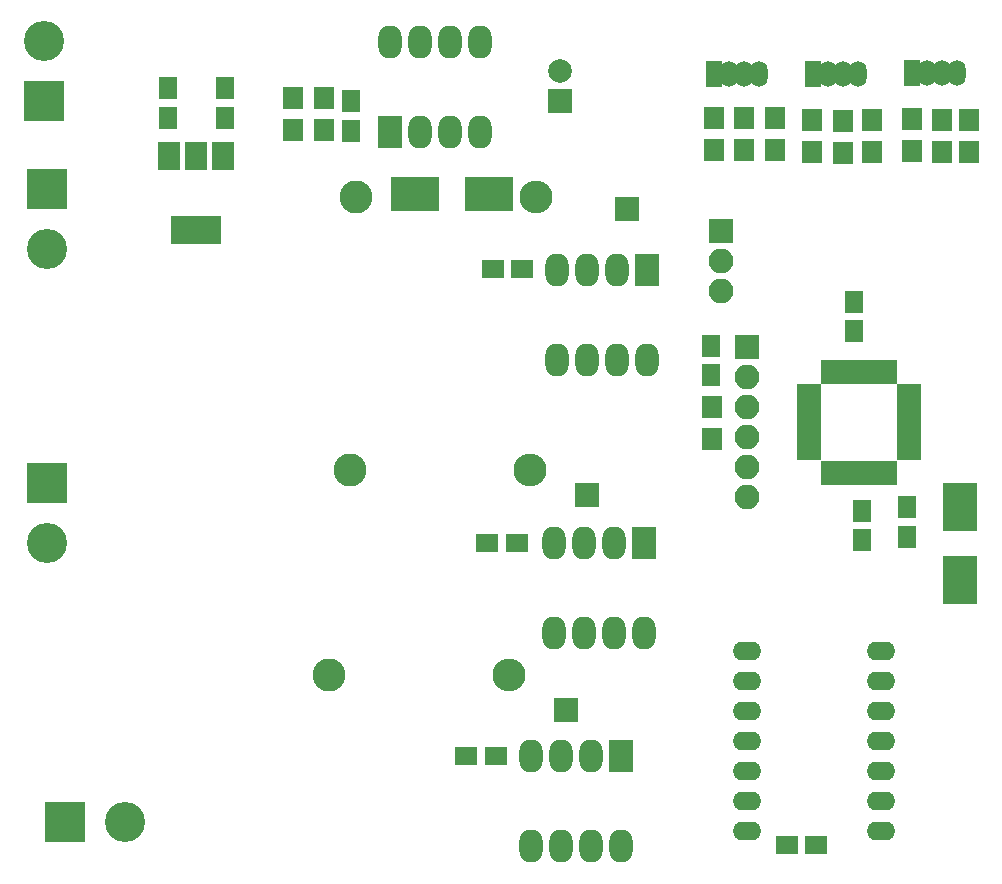
<source format=gbr>
G04 #@! TF.FileFunction,Soldermask,Bot*
%FSLAX46Y46*%
G04 Gerber Fmt 4.6, Leading zero omitted, Abs format (unit mm)*
G04 Created by KiCad (PCBNEW 4.0.7) date 03/18/18 12:41:27*
%MOMM*%
%LPD*%
G01*
G04 APERTURE LIST*
%ADD10C,0.100000*%
%ADD11R,1.650000X1.900000*%
%ADD12O,2.400000X1.600000*%
%ADD13R,1.900000X1.650000*%
%ADD14R,4.150000X2.900000*%
%ADD15R,2.000000X2.000000*%
%ADD16C,2.000000*%
%ADD17R,2.900000X4.150000*%
%ADD18R,1.470000X2.200000*%
%ADD19O,1.470000X2.200000*%
%ADD20R,2.100000X2.100000*%
%ADD21O,2.100000X2.100000*%
%ADD22R,3.400000X3.400000*%
%ADD23C,3.400000*%
%ADD24R,1.700000X1.900000*%
%ADD25C,2.800000*%
%ADD26O,2.800000X2.800000*%
%ADD27R,4.200000X2.400000*%
%ADD28R,1.900000X2.400000*%
%ADD29R,2.000000X2.800000*%
%ADD30O,2.000000X2.800000*%
%ADD31R,0.950000X2.000000*%
%ADD32R,2.000000X0.950000*%
G04 APERTURE END LIST*
D10*
D11*
X72542400Y46425800D03*
X72542400Y48925800D03*
D12*
X74803000Y4064000D03*
X63483000Y4064000D03*
X74803000Y6604000D03*
X63483000Y6604000D03*
X74803000Y9144000D03*
X63483000Y9144000D03*
X74803000Y11684000D03*
X63483000Y11684000D03*
X74803000Y14224000D03*
X63483000Y14224000D03*
X74803000Y16764000D03*
X63483000Y16764000D03*
X74803000Y19304000D03*
X63483000Y19304000D03*
D11*
X77025500Y31496000D03*
X77025500Y28996000D03*
D13*
X66822000Y2921000D03*
X69322000Y2921000D03*
D14*
X35356000Y58039000D03*
X41606000Y58039000D03*
D11*
X19240500Y64472500D03*
X19240500Y66972500D03*
X14414500Y64472500D03*
X14414500Y66972500D03*
X29972000Y63393000D03*
X29972000Y65893000D03*
D15*
X47625000Y65913000D03*
D16*
X47625000Y68413000D03*
D13*
X41485500Y28448000D03*
X43985500Y28448000D03*
X41930000Y51689000D03*
X44430000Y51689000D03*
X39707500Y10477500D03*
X42207500Y10477500D03*
D17*
X81470500Y31559500D03*
X81470500Y25309500D03*
D11*
X60452000Y45166600D03*
X60452000Y42666600D03*
X73202800Y31196600D03*
X73202800Y28696600D03*
D18*
X69024500Y68199000D03*
D19*
X70294500Y68199000D03*
X71564500Y68199000D03*
X72834500Y68199000D03*
D18*
X77406500Y68262500D03*
D19*
X78676500Y68262500D03*
X79946500Y68262500D03*
X81216500Y68262500D03*
D18*
X60642500Y68199000D03*
D19*
X61912500Y68199000D03*
X63182500Y68199000D03*
X64452500Y68199000D03*
D20*
X63436500Y45085000D03*
D21*
X63436500Y42545000D03*
X63436500Y40005000D03*
X63436500Y37465000D03*
X63436500Y34925000D03*
X63436500Y32385000D03*
D22*
X3937000Y65913000D03*
D23*
X3937000Y70993000D03*
D22*
X4191000Y33528000D03*
D23*
X4191000Y28448000D03*
D22*
X4191000Y58420000D03*
D23*
X4191000Y53340000D03*
D22*
X5715000Y4826000D03*
D23*
X10795000Y4826000D03*
D20*
X61277500Y54864000D03*
D21*
X61277500Y52324000D03*
X61277500Y49784000D03*
D24*
X25019000Y63467000D03*
X25019000Y66167000D03*
X27686000Y63420000D03*
X27686000Y66120000D03*
D25*
X29845000Y34671000D03*
D26*
X45085000Y34671000D03*
D25*
X30353000Y57785000D03*
D26*
X45593000Y57785000D03*
D25*
X28092400Y17297400D03*
D26*
X43332400Y17297400D03*
D24*
X60502800Y37283400D03*
X60502800Y39983400D03*
X68961000Y64278500D03*
X68961000Y61578500D03*
X77470000Y64342000D03*
X77470000Y61642000D03*
X60642500Y64469000D03*
X60642500Y61769000D03*
X74041000Y64262000D03*
X74041000Y61562000D03*
X82232500Y64325500D03*
X82232500Y61625500D03*
X65849500Y64452500D03*
X65849500Y61752500D03*
X71564500Y64198500D03*
X71564500Y61498500D03*
X79946500Y64325500D03*
X79946500Y61625500D03*
X63246000Y64485500D03*
X63246000Y61785500D03*
D20*
X49911000Y32512000D03*
X53340000Y56769000D03*
X48133000Y14351000D03*
D27*
X16813500Y54977500D03*
D28*
X16813500Y61277500D03*
X19113500Y61277500D03*
X14513500Y61277500D03*
D29*
X33274000Y63246000D03*
D30*
X40894000Y70866000D03*
X35814000Y63246000D03*
X38354000Y70866000D03*
X38354000Y63246000D03*
X35814000Y70866000D03*
X40894000Y63246000D03*
X33274000Y70866000D03*
D29*
X54737000Y28448000D03*
D30*
X47117000Y20828000D03*
X52197000Y28448000D03*
X49657000Y20828000D03*
X49657000Y28448000D03*
X52197000Y20828000D03*
X47117000Y28448000D03*
X54737000Y20828000D03*
D29*
X54991000Y51562000D03*
D30*
X47371000Y43942000D03*
X52451000Y51562000D03*
X49911000Y43942000D03*
X49911000Y51562000D03*
X52451000Y43942000D03*
X47371000Y51562000D03*
X54991000Y43942000D03*
D29*
X52832000Y10414000D03*
D30*
X45212000Y2794000D03*
X50292000Y10414000D03*
X47752000Y2794000D03*
X47752000Y10414000D03*
X50292000Y2794000D03*
X45212000Y10414000D03*
X52832000Y2794000D03*
D31*
X70164372Y42950272D03*
X70964372Y42950272D03*
X71764372Y42950272D03*
X72564372Y42950272D03*
X73364372Y42950272D03*
X74164372Y42950272D03*
X74964372Y42950272D03*
X75764372Y42950272D03*
D32*
X77214372Y41500272D03*
X77214372Y40700272D03*
X77214372Y39900272D03*
X77214372Y39100272D03*
X77214372Y38300272D03*
X77214372Y37500272D03*
X77214372Y36700272D03*
X77214372Y35900272D03*
D31*
X75764372Y34450272D03*
X74964372Y34450272D03*
X74164372Y34450272D03*
X73364372Y34450272D03*
X72564372Y34450272D03*
X71764372Y34450272D03*
X70964372Y34450272D03*
X70164372Y34450272D03*
D32*
X68714372Y35900272D03*
X68714372Y36700272D03*
X68714372Y37500272D03*
X68714372Y38300272D03*
X68714372Y39100272D03*
X68714372Y39900272D03*
X68714372Y40700272D03*
X68714372Y41500272D03*
M02*

</source>
